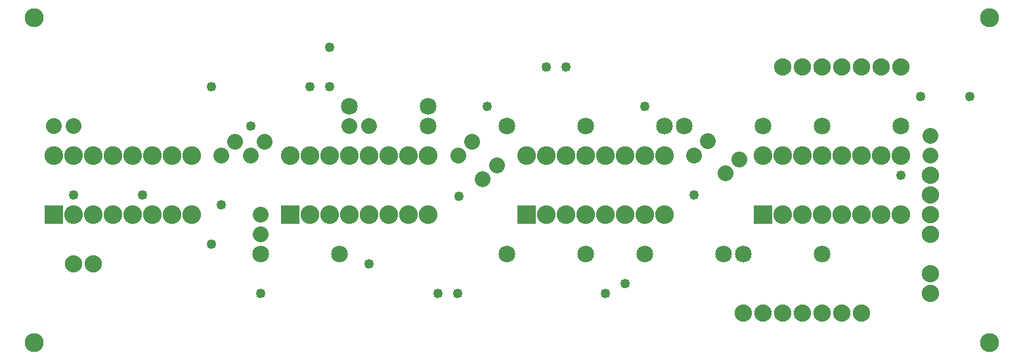
<source format=gts>
G04 MADE WITH FRITZING*
G04 WWW.FRITZING.ORG*
G04 DOUBLE SIDED*
G04 HOLES PLATED*
G04 CONTOUR ON CENTER OF CONTOUR VECTOR*
%ASAXBY*%
%FSLAX23Y23*%
%MOIN*%
%OFA0B0*%
%SFA1.0B1.0*%
%ADD10C,0.049370*%
%ADD11C,0.096614*%
%ADD12C,0.080000*%
%ADD13C,0.085000*%
%ADD14C,0.095039*%
%ADD15C,0.088000*%
%ADD16R,0.095039X0.095039*%
%LNMASK1*%
G90*
G70*
G54D10*
X1529Y1432D03*
X1629Y1432D03*
X2829Y1532D03*
X2729Y1532D03*
X1029Y1432D03*
X2429Y1332D03*
X1229Y1232D03*
X4879Y1382D03*
X4529Y982D03*
X4629Y1382D03*
X3229Y1332D03*
X1079Y832D03*
X2286Y878D03*
X3479Y882D03*
X329Y882D03*
X679Y882D03*
X1029Y632D03*
X3129Y432D03*
X3029Y382D03*
X2279Y382D03*
X2179Y382D03*
X1829Y532D03*
X1279Y382D03*
X1629Y1632D03*
G54D11*
X4979Y132D03*
X4979Y1782D03*
X129Y132D03*
X129Y1782D03*
G54D12*
X1729Y1232D03*
X1829Y1232D03*
X4679Y1182D03*
X4679Y1082D03*
X3552Y1156D03*
X3481Y1085D03*
X3710Y1063D03*
X3639Y992D03*
X2355Y1153D03*
X2284Y1082D03*
X2479Y1032D03*
X2408Y962D03*
X1079Y1082D03*
X1150Y1153D03*
X1229Y1082D03*
X1300Y1153D03*
X229Y1232D03*
X329Y1232D03*
G54D13*
X1279Y582D03*
X1679Y582D03*
X2929Y1232D03*
X3329Y1232D03*
X2129Y1232D03*
X2529Y1232D03*
X1729Y1332D03*
X2129Y1332D03*
X3429Y1232D03*
X3829Y1232D03*
X4129Y1232D03*
X4529Y1232D03*
X3729Y582D03*
X4129Y582D03*
X3229Y582D03*
X3629Y582D03*
X2529Y582D03*
X2929Y582D03*
G54D12*
X1279Y782D03*
X1279Y682D03*
G54D14*
X229Y782D03*
X229Y1082D03*
X329Y782D03*
X329Y1082D03*
X429Y782D03*
X429Y1082D03*
X529Y782D03*
X529Y1082D03*
X629Y782D03*
X629Y1082D03*
X729Y782D03*
X729Y1082D03*
X829Y782D03*
X829Y1082D03*
X929Y782D03*
X929Y1082D03*
X1429Y782D03*
X1429Y1082D03*
X1529Y782D03*
X1529Y1082D03*
X1629Y782D03*
X1629Y1082D03*
X1729Y782D03*
X1729Y1082D03*
X1829Y782D03*
X1829Y1082D03*
X1929Y782D03*
X1929Y1082D03*
X2029Y782D03*
X2029Y1082D03*
X2129Y782D03*
X2129Y1082D03*
X2629Y782D03*
X2629Y1082D03*
X2729Y782D03*
X2729Y1082D03*
X2829Y782D03*
X2829Y1082D03*
X2929Y782D03*
X2929Y1082D03*
X3029Y782D03*
X3029Y1082D03*
X3129Y782D03*
X3129Y1082D03*
X3229Y782D03*
X3229Y1082D03*
X3329Y782D03*
X3329Y1082D03*
X3829Y782D03*
X3829Y1082D03*
X3929Y782D03*
X3929Y1082D03*
X4029Y782D03*
X4029Y1082D03*
X4129Y782D03*
X4129Y1082D03*
X4229Y782D03*
X4229Y1082D03*
X4329Y782D03*
X4329Y1082D03*
X4429Y782D03*
X4429Y1082D03*
X4529Y782D03*
X4529Y1082D03*
G54D15*
X3729Y282D03*
X3829Y282D03*
X3929Y282D03*
X4029Y282D03*
X4129Y282D03*
X4229Y282D03*
X4329Y282D03*
X4529Y1532D03*
X4429Y1532D03*
X4329Y1532D03*
X4229Y1532D03*
X4129Y1532D03*
X4029Y1532D03*
X3929Y1532D03*
X4679Y482D03*
X4679Y382D03*
X429Y532D03*
X329Y532D03*
X4679Y982D03*
X4679Y882D03*
X4679Y782D03*
X4679Y682D03*
G54D16*
X229Y782D03*
X1429Y782D03*
X2629Y782D03*
X3829Y782D03*
G04 End of Mask1*
M02*
</source>
